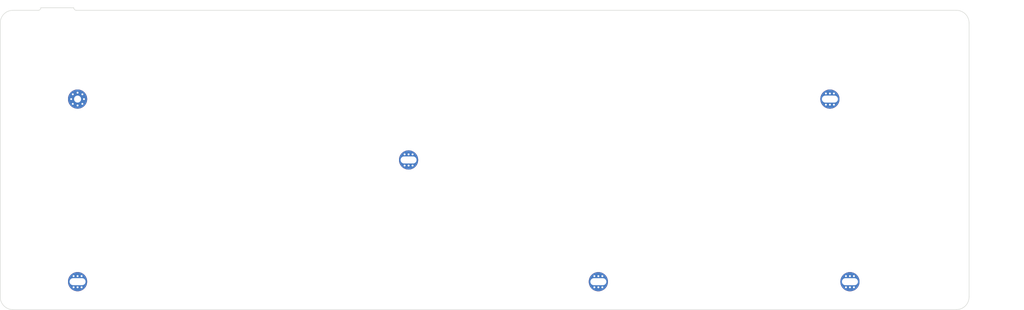
<source format=kicad_pcb>
(kicad_pcb (version 20171130) (host pcbnew "(5.1.5)-3")

  (general
    (thickness 1.6)
    (drawings 22)
    (tracks 0)
    (zones 0)
    (modules 6)
    (nets 1)
  )

  (page A3)
  (layers
    (0 F.Cu signal)
    (31 B.Cu signal)
    (32 B.Adhes user)
    (33 F.Adhes user)
    (34 B.Paste user)
    (35 F.Paste user)
    (36 B.SilkS user)
    (37 F.SilkS user)
    (38 B.Mask user)
    (39 F.Mask user)
    (40 Dwgs.User user)
    (41 Cmts.User user)
    (42 Eco1.User user)
    (43 Eco2.User user)
    (44 Edge.Cuts user)
    (45 Margin user)
    (46 B.CrtYd user)
    (47 F.CrtYd user)
    (48 B.Fab user)
    (49 F.Fab user)
  )

  (setup
    (last_trace_width 0.254)
    (trace_clearance 0.1524)
    (zone_clearance 0.3556)
    (zone_45_only no)
    (trace_min 0.2)
    (via_size 0.6)
    (via_drill 0.4)
    (via_min_size 0.4)
    (via_min_drill 0.3)
    (uvia_size 0.3)
    (uvia_drill 0.1)
    (uvias_allowed no)
    (uvia_min_size 0.2)
    (uvia_min_drill 0.1)
    (edge_width 0.15)
    (segment_width 0.15)
    (pcb_text_width 0.3)
    (pcb_text_size 1.5 1.5)
    (mod_edge_width 0.15)
    (mod_text_size 1 1)
    (mod_text_width 0.15)
    (pad_size 4.4 4.4)
    (pad_drill 2.2)
    (pad_to_mask_clearance 0.2)
    (aux_axis_origin 0 0)
    (visible_elements 7FFFFFFF)
    (pcbplotparams
      (layerselection 0x310fc_80000001)
      (usegerberextensions false)
      (usegerberattributes false)
      (usegerberadvancedattributes false)
      (creategerberjobfile false)
      (excludeedgelayer true)
      (linewidth 0.100000)
      (plotframeref false)
      (viasonmask false)
      (mode 1)
      (useauxorigin false)
      (hpglpennumber 1)
      (hpglpenspeed 20)
      (hpglpendiameter 15.000000)
      (psnegative false)
      (psa4output false)
      (plotreference true)
      (plotvalue true)
      (plotinvisibletext false)
      (padsonsilk false)
      (subtractmaskfromsilk false)
      (outputformat 3)
      (mirror false)
      (drillshape 0)
      (scaleselection 1)
      (outputdirectory "DXF"))
  )

  (net 0 "")

  (net_class Default "This is the default net class."
    (clearance 0.1524)
    (trace_width 0.254)
    (via_dia 0.6)
    (via_drill 0.4)
    (uvia_dia 0.3)
    (uvia_drill 0.1)
  )

  (net_class Power ""
    (clearance 0.1524)
    (trace_width 0.381)
    (via_dia 0.6)
    (via_drill 0.4)
    (uvia_dia 0.3)
    (uvia_drill 0.1)
  )

  (module locallib:mounting locked (layer F.Cu) (tedit 5AD6F78B) (tstamp 5AD6F7DD)
    (at 72.6225 133.34)
    (fp_text reference REF** (at 0 5) (layer Dwgs.User)
      (effects (font (size 1 1) (thickness 0.15)))
    )
    (fp_text value mounting (at 0 -5) (layer Dwgs.User)
      (effects (font (size 1 1) (thickness 0.15)))
    )
    (pad 1 thru_hole circle (at 0 0) (size 6 6) (drill oval 5 2.2) (layers *.Cu *.Mask))
    (pad 1 thru_hole circle (at 0 -1.75) (size 1 1) (drill 0.6) (layers *.Cu *.Mask))
    (pad 1 thru_hole circle (at 1.25 -1.75) (size 1 1) (drill 0.6) (layers *.Cu *.Mask))
    (pad 1 thru_hole circle (at -1.25 -1.75) (size 1 1) (drill 0.6) (layers *.Cu *.Mask))
    (pad 1 thru_hole circle (at 0 1.75) (size 1 1) (drill 0.6) (layers *.Cu *.Mask))
    (pad 1 thru_hole circle (at 1.25 1.75) (size 1 1) (drill 0.6) (layers *.Cu *.Mask))
    (pad 1 thru_hole circle (at -1.25 1.75) (size 1 1) (drill 0.6) (layers *.Cu *.Mask))
  )

  (module locallib:mounting-circular locked (layer F.Cu) (tedit 5AD6F75A) (tstamp 5AD6F5BE)
    (at 72.6225 76.2)
    (fp_text reference REF** (at 0 5) (layer Dwgs.User)
      (effects (font (size 1 1) (thickness 0.15)))
    )
    (fp_text value mounting-circular (at 0 -5) (layer Dwgs.User)
      (effects (font (size 1 1) (thickness 0.15)))
    )
    (pad 1 thru_hole circle (at 0 0) (size 6 6) (drill oval 2.2) (layers *.Cu *.Mask))
    (pad 1 thru_hole circle (at 0 -2) (size 1 1) (drill 0.6) (layers *.Cu *.Mask))
    (pad 1 thru_hole circle (at 1.5 -1.5) (size 1 1) (drill 0.6) (layers *.Cu *.Mask))
    (pad 1 thru_hole circle (at -1.5 -1.5) (size 1 1) (drill 0.6) (layers *.Cu *.Mask))
    (pad 1 thru_hole circle (at 0 2) (size 1 1) (drill 0.6) (layers *.Cu *.Mask))
    (pad 1 thru_hole circle (at 1.5 1.5) (size 1 1) (drill 0.6) (layers *.Cu *.Mask))
    (pad 1 thru_hole circle (at -1.5 1.5) (size 1 1) (drill 0.6) (layers *.Cu *.Mask))
    (pad 1 thru_hole circle (at 2 0) (size 1 1) (drill 0.6) (layers *.Cu *.Mask))
    (pad 1 thru_hole circle (at -2 0) (size 1 1) (drill 0.6) (layers *.Cu *.Mask))
  )

  (module locallib:mounting locked (layer F.Cu) (tedit 5AD6F78B) (tstamp 5ACEFFF7)
    (at 176.2125 95.25)
    (fp_text reference REF** (at 0 5) (layer Dwgs.User)
      (effects (font (size 1 1) (thickness 0.15)))
    )
    (fp_text value MountingHole_2.2mm_M2_Pad_Via (at 0 -5) (layer Dwgs.User)
      (effects (font (size 1 1) (thickness 0.15)))
    )
    (pad 1 thru_hole circle (at 0 0) (size 6 6) (drill oval 5 2.2) (layers *.Cu *.Mask))
    (pad 1 thru_hole circle (at 0 -1.75) (size 1 1) (drill 0.6) (layers *.Cu *.Mask))
    (pad 1 thru_hole circle (at 1.25 -1.75) (size 1 1) (drill 0.6) (layers *.Cu *.Mask))
    (pad 1 thru_hole circle (at -1.25 -1.75) (size 1 1) (drill 0.6) (layers *.Cu *.Mask))
    (pad 1 thru_hole circle (at 0 1.75) (size 1 1) (drill 0.6) (layers *.Cu *.Mask))
    (pad 1 thru_hole circle (at 1.25 1.75) (size 1 1) (drill 0.6) (layers *.Cu *.Mask))
    (pad 1 thru_hole circle (at -1.25 1.75) (size 1 1) (drill 0.6) (layers *.Cu *.Mask))
  )

  (module locallib:mounting locked (layer F.Cu) (tedit 5AD6F78B) (tstamp 5AD6EC6E)
    (at 235.6025 133.35)
    (fp_text reference REF** (at 0 5) (layer Dwgs.User)
      (effects (font (size 1 1) (thickness 0.15)))
    )
    (fp_text value MountingHole_2.2mm_M2_Pad_Via (at 0 -5) (layer Dwgs.User)
      (effects (font (size 1 1) (thickness 0.15)))
    )
    (pad 1 thru_hole circle (at 0 0) (size 6 6) (drill oval 5 2.2) (layers *.Cu *.Mask))
    (pad 1 thru_hole circle (at 0 -1.75) (size 1 1) (drill 0.6) (layers *.Cu *.Mask))
    (pad 1 thru_hole circle (at 1.25 -1.75) (size 1 1) (drill 0.6) (layers *.Cu *.Mask))
    (pad 1 thru_hole circle (at -1.25 -1.75) (size 1 1) (drill 0.6) (layers *.Cu *.Mask))
    (pad 1 thru_hole circle (at 0 1.75) (size 1 1) (drill 0.6) (layers *.Cu *.Mask))
    (pad 1 thru_hole circle (at 1.25 1.75) (size 1 1) (drill 0.6) (layers *.Cu *.Mask))
    (pad 1 thru_hole circle (at -1.25 1.75) (size 1 1) (drill 0.6) (layers *.Cu *.Mask))
  )

  (module locallib:mounting locked (layer F.Cu) (tedit 5AD6F78B) (tstamp 5AD6ED6B)
    (at 314.3425 133.35)
    (fp_text reference REF** (at 0 5) (layer Dwgs.User)
      (effects (font (size 1 1) (thickness 0.15)))
    )
    (fp_text value MountingHole_2.2mm_M2_Pad_Via (at 0 -5) (layer Dwgs.User)
      (effects (font (size 1 1) (thickness 0.15)))
    )
    (pad 1 thru_hole circle (at 0 0) (size 6 6) (drill oval 5 2.2) (layers *.Cu *.Mask))
    (pad 1 thru_hole circle (at 0 -1.75) (size 1 1) (drill 0.6) (layers *.Cu *.Mask))
    (pad 1 thru_hole circle (at 1.25 -1.75) (size 1 1) (drill 0.6) (layers *.Cu *.Mask))
    (pad 1 thru_hole circle (at -1.25 -1.75) (size 1 1) (drill 0.6) (layers *.Cu *.Mask))
    (pad 1 thru_hole circle (at 0 1.75) (size 1 1) (drill 0.6) (layers *.Cu *.Mask))
    (pad 1 thru_hole circle (at 1.25 1.75) (size 1 1) (drill 0.6) (layers *.Cu *.Mask))
    (pad 1 thru_hole circle (at -1.25 1.75) (size 1 1) (drill 0.6) (layers *.Cu *.Mask))
  )

  (module locallib:mounting locked (layer F.Cu) (tedit 5AD6F78B) (tstamp 5ACEFFA7)
    (at 308.0725 76.2)
    (fp_text reference REF** (at 0 5) (layer Dwgs.User)
      (effects (font (size 1 1) (thickness 0.15)))
    )
    (fp_text value MountingHole_2.2mm_M2_Pad_Via (at 0 -5) (layer Dwgs.User)
      (effects (font (size 1 1) (thickness 0.15)))
    )
    (pad 1 thru_hole circle (at 0 0) (size 6 6) (drill oval 5 2.2) (layers *.Cu *.Mask))
    (pad 1 thru_hole circle (at 0 -1.75) (size 1 1) (drill 0.6) (layers *.Cu *.Mask))
    (pad 1 thru_hole circle (at 1.25 -1.75) (size 1 1) (drill 0.6) (layers *.Cu *.Mask))
    (pad 1 thru_hole circle (at -1.25 -1.75) (size 1 1) (drill 0.6) (layers *.Cu *.Mask))
    (pad 1 thru_hole circle (at 0 1.75) (size 1 1) (drill 0.6) (layers *.Cu *.Mask))
    (pad 1 thru_hole circle (at 1.25 1.75) (size 1 1) (drill 0.6) (layers *.Cu *.Mask))
    (pad 1 thru_hole circle (at -1.25 1.75) (size 1 1) (drill 0.6) (layers *.Cu *.Mask))
  )

  (gr_text "CENTER OF TOP RIGHT SWITCH" (at 357.1875 57.15) (layer Cmts.User)
    (effects (font (size 1 1) (thickness 0.15)))
  )
  (gr_line (start 342.9 57.15) (end 341.3125 58.7375) (layer Cmts.User) (width 0.15))
  (gr_line (start 342.9 57.15) (end 344.4875 58.7375) (layer Cmts.User) (width 0.15))
  (gr_line (start 342.9 57.15) (end 344.4875 55.5625) (layer Cmts.User) (width 0.15))
  (gr_line (start 342.9 57.15) (end 341.3125 55.5625) (layer Cmts.User) (width 0.15))
  (gr_line (start 61.9125 53.18125) (end 61.9125 46.0375) (layer Cmts.User) (width 0.15))
  (gr_line (start 70.64375 53.18125) (end 61.9125 53.18125) (layer Cmts.User) (width 0.15))
  (gr_line (start 70.64375 46.0375) (end 70.64375 53.18125) (layer Cmts.User) (width 0.15))
  (gr_text "USB FRONT WALL" (at 78.58125 46.0375) (layer Cmts.User)
    (effects (font (size 1 1) (thickness 0.15)))
  )
  (gr_line (start 60.96 45.9994) (end 71.628 45.9994) (layer Cmts.User) (width 0.15))
  (gr_line (start 61.11875 47.625) (end 71.4375 47.625) (layer Edge.Cuts) (width 0.15))
  (gr_arc (start 60.325 47.625) (end 61.11875 47.625) (angle 90) (layer Edge.Cuts) (width 0.15))
  (gr_arc (start 72.23125 47.625) (end 72.23125 48.41875) (angle 90) (layer Edge.Cuts) (width 0.15))
  (gr_line (start 60.325 48.41875) (end 52.3875 48.41875) (layer Edge.Cuts) (width 0.15))
  (gr_line (start 347.6625 48.41875) (end 72.23125 48.41875) (layer Edge.Cuts) (width 0.15))
  (gr_line (start 347.6625 142.08125) (end 52.3875 142.08125) (layer Edge.Cuts) (width 0.15))
  (gr_line (start 351.63125 52.3875) (end 351.63125 138.1125) (layer Edge.Cuts) (width 0.15))
  (gr_line (start 48.41875 138.1125) (end 48.41875 52.3875) (layer Edge.Cuts) (width 0.15))
  (gr_arc (start 52.3875 138.1125) (end 52.3875 142.08125) (angle 90) (layer Edge.Cuts) (width 0.15))
  (gr_arc (start 347.6625 138.1125) (end 351.63125 138.1125) (angle 90) (layer Edge.Cuts) (width 0.15))
  (gr_arc (start 347.6625 52.3875) (end 347.6625 48.41875) (angle 90) (layer Edge.Cuts) (width 0.15))
  (gr_arc (start 52.3875 52.3875) (end 48.41875 52.3875) (angle 90) (layer Edge.Cuts) (width 0.15))

)

</source>
